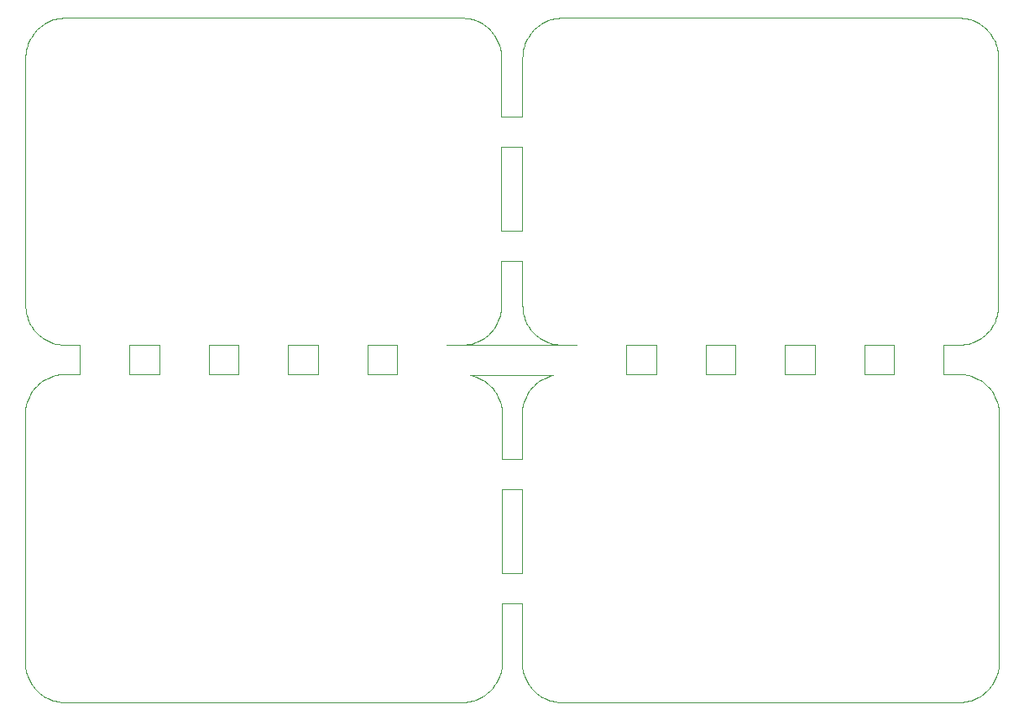
<source format=gbr>
%TF.GenerationSoftware,KiCad,Pcbnew,7.0.10*%
%TF.CreationDate,2024-03-03T12:06:43+01:00*%
%TF.ProjectId,explorer-panel,6578706c-6f72-4657-922d-70616e656c2e,rev?*%
%TF.SameCoordinates,Original*%
%TF.FileFunction,Profile,NP*%
%FSLAX46Y46*%
G04 Gerber Fmt 4.6, Leading zero omitted, Abs format (unit mm)*
G04 Created by KiCad (PCBNEW 7.0.10) date 2024-03-03 12:06:43*
%MOMM*%
%LPD*%
G01*
G04 APERTURE LIST*
%TA.AperFunction,Profile*%
%ADD10C,0.100000*%
%TD*%
G04 APERTURE END LIST*
D10*
X45853761Y-36351322D02*
X45666662Y-36265355D01*
X29564000Y-35936000D02*
X29564000Y-35936000D01*
X97586577Y-31115856D02*
X97689386Y-30941207D01*
X18564000Y-33000000D02*
X21564000Y-33000000D01*
X49128000Y-33032000D02*
X42564000Y-33032000D01*
X50174864Y-65615402D02*
X50211190Y-65818077D01*
X97137557Y-67799961D02*
X97275593Y-67647177D01*
X97275593Y-37352822D02*
X97137557Y-37200038D01*
X49128000Y-21521333D02*
X48064000Y-21521333D01*
X2091732Y-36446655D02*
X1914290Y-36551109D01*
X50128000Y-44542666D02*
X49128000Y-44542666D01*
X566613Y-2058792D02*
X472781Y-2238423D01*
X52076143Y-605422D02*
X51906927Y-716946D01*
X51292828Y-1244132D02*
X51156967Y-1394510D01*
X98069621Y-66216611D02*
X98126265Y-66018651D01*
X96947867Y-31899171D02*
X97091171Y-31755867D01*
X95769423Y-324168D02*
X95581221Y-248991D01*
X312991Y-30389221D02*
X388168Y-30577423D01*
X1118442Y-67799961D02*
X1264038Y-67945557D01*
X50192000Y-21521333D02*
X49128000Y-21521333D01*
X97475053Y-1714927D02*
X97355102Y-1551576D01*
X96477072Y-716946D02*
X96307856Y-605422D01*
X45825576Y-32591218D02*
X46005207Y-32497386D01*
X48128000Y-40000000D02*
X48122783Y-39794161D01*
X48064000Y-21521333D02*
X48064000Y-13010666D01*
X47739831Y-2422576D02*
X47655218Y-2238423D01*
X68692000Y-35936000D02*
X68692000Y-33000000D01*
X47399582Y-37678365D02*
X47277712Y-37512401D01*
X48128000Y-44542666D02*
X48128000Y-40000000D01*
X48064000Y-10010666D02*
X48064000Y-4000000D01*
X64000Y-29000000D02*
X69133Y-29202596D01*
X45280611Y-68877621D02*
X45475448Y-68811024D01*
X45261452Y-32816557D02*
X45453221Y-32751008D01*
X3448597Y-69017135D02*
X3652851Y-69043148D01*
X615109Y-37850290D02*
X510655Y-38027732D01*
X46005207Y-502613D02*
X45825576Y-408781D01*
X84692000Y-33000000D02*
X84692000Y-33000000D01*
X510655Y-38027732D02*
X415322Y-38210238D01*
X52219732Y-36446655D02*
X52042290Y-36551109D01*
X1458510Y-964967D02*
X1308132Y-1100828D01*
X46863961Y-67945557D02*
X47009557Y-67799961D01*
X50212522Y-29404673D02*
X50238126Y-29605711D01*
X50380975Y-38588551D02*
X50314378Y-38783388D01*
X388168Y-2422576D02*
X312991Y-2610778D01*
X49128000Y-44542666D02*
X48128000Y-44542666D01*
X44882077Y-68980809D02*
X45082651Y-68934265D01*
X92692000Y-35936000D02*
X92692000Y-33000000D01*
X50273880Y-29805194D02*
X50319691Y-30002610D01*
X51392038Y-37054442D02*
X51246442Y-37200038D01*
X51870365Y-36664417D02*
X51704401Y-36786287D01*
X44679402Y-69017135D02*
X44882077Y-68980809D01*
X50908946Y-31285072D02*
X51028897Y-31448423D01*
X186378Y-66216611D02*
X252975Y-66411448D01*
X51436132Y-31899171D02*
X51586510Y-32035032D01*
X252975Y-66411448D02*
X329355Y-66602662D01*
X472781Y-2238423D02*
X388168Y-2422576D01*
X50192000Y-13010666D02*
X50192000Y-21521333D01*
X97091171Y-1244132D02*
X96947867Y-1100828D01*
X48122783Y-65205838D02*
X48128000Y-65000000D01*
X97943008Y-30389221D02*
X98008557Y-30197452D01*
X46036267Y-36446655D02*
X45853761Y-36351322D01*
X850287Y-67487598D02*
X980406Y-67647177D01*
X96640423Y-836897D02*
X96477072Y-716946D01*
X252975Y-38588551D02*
X186378Y-38783388D01*
X52994547Y-32816557D02*
X53189389Y-32872308D01*
X45475448Y-68811024D02*
X45666662Y-68734644D01*
X97745344Y-66972267D02*
X97840677Y-66789761D01*
X98209135Y-65615402D02*
X98235148Y-65411148D01*
X52780551Y-36188975D02*
X52589337Y-36265355D01*
X98003024Y-66411448D02*
X98069621Y-66216611D01*
X52402238Y-36351322D02*
X52219732Y-36446655D01*
X18564000Y-35936000D02*
X18564000Y-35936000D01*
X48107148Y-65411148D02*
X48122783Y-65205838D01*
X47227102Y-1551576D02*
X47099032Y-1394510D01*
X48081135Y-39384597D02*
X48044809Y-39181922D01*
X47009557Y-37200038D02*
X46863961Y-37054442D01*
X50440991Y-30389221D02*
X50516168Y-30577423D01*
X48017873Y-3394288D02*
X47982119Y-3194805D01*
X44669711Y-46126D02*
X44468673Y-20522D01*
X50257734Y-66018651D02*
X50314378Y-66216611D01*
X329355Y-66602662D02*
X415322Y-66789761D01*
X50148851Y-39588851D02*
X50133216Y-39794161D01*
X145880Y-29805194D02*
X191691Y-30002610D01*
X96307856Y-605422D02*
X96133207Y-502613D01*
X50192000Y-29000000D02*
X50197133Y-29202596D01*
X2274238Y-36351322D02*
X2091732Y-36446655D01*
X94797711Y-46126D02*
X94596673Y-20522D01*
X2652551Y-36188975D02*
X2461337Y-36265355D01*
X97355102Y-31448423D02*
X97475053Y-31285072D01*
X3858161Y-35941216D02*
X3652851Y-35956851D01*
X46349072Y-32283053D02*
X46512423Y-32163102D01*
X52994547Y-183442D02*
X52802778Y-248991D01*
X50238126Y-29605711D02*
X50273880Y-29805194D01*
X83190Y-65818077D02*
X129734Y-66018651D01*
X1742365Y-68335582D02*
X1914290Y-68448890D01*
X48064000Y-21521333D02*
X48064000Y-21521333D01*
X47277712Y-37512401D02*
X47147593Y-37352822D01*
X51704401Y-36786287D02*
X51544822Y-36916406D01*
X3652851Y-35956851D02*
X3448597Y-35982864D01*
X94397838Y-35941216D02*
X94192000Y-35936000D01*
X51108406Y-37352822D02*
X50978287Y-37512401D01*
X48017873Y-29605711D02*
X48043477Y-29404673D01*
X95408611Y-36122378D02*
X95210651Y-36065734D01*
X49128000Y-47542666D02*
X50128000Y-47542666D01*
X247442Y-2802547D02*
X191691Y-2997389D01*
X50978287Y-37512401D02*
X50856417Y-37678365D01*
X95210651Y-36065734D02*
X95010077Y-36019190D01*
X3861403Y-5133D02*
X3659326Y-20522D01*
X46005207Y-32497386D02*
X46179856Y-32394577D01*
X980406Y-67647177D02*
X1118442Y-67799961D01*
X45082651Y-68934265D02*
X45280611Y-68877621D01*
X94192000Y0D02*
X54192000Y0D01*
X50238126Y-3394288D02*
X50212522Y-3595326D01*
X4064000Y-69064000D02*
X44064000Y-69064000D01*
X415322Y-38210238D02*
X329355Y-38397337D01*
X13564000Y-35936000D02*
X10564000Y-35936000D01*
X60692000Y-33000000D02*
X63692000Y-33000000D01*
X47458577Y-1884143D02*
X47347053Y-1714927D01*
X13564000Y-33000000D02*
X13564000Y-33000000D01*
X4064000Y0D02*
X3861403Y-5133D01*
X45280611Y-36122378D02*
X45082651Y-36065734D01*
X3458288Y-46126D02*
X3258805Y-81880D01*
X50543322Y-66789761D02*
X50638655Y-66972267D01*
X46963171Y-31755867D02*
X47099032Y-31605489D01*
X52589337Y-36265355D02*
X52402238Y-36351322D01*
X97689386Y-30941207D02*
X97783218Y-30761576D01*
X54192000Y-69064000D02*
X94192000Y-69064000D01*
X52780551Y-68811024D02*
X52975388Y-68877621D01*
X64000Y-4000000D02*
X64000Y-29000000D01*
X47875024Y-38588551D02*
X47798644Y-38397337D01*
X51108406Y-67647177D02*
X51246442Y-67799961D01*
X51544822Y-36916406D02*
X51392038Y-37054442D01*
X95010077Y-36019190D02*
X94807402Y-35982864D01*
X48044809Y-65818077D02*
X48081135Y-65615402D01*
X47712677Y-38210238D02*
X47617344Y-38027732D01*
X51743576Y-836897D02*
X51586510Y-964967D01*
X46864Y-65615402D02*
X83190Y-65818077D01*
X97640890Y-37850290D02*
X97527582Y-37678365D01*
X47655218Y-2238423D02*
X47561386Y-2058792D01*
X53989403Y-5133D02*
X53787326Y-20522D01*
X129734Y-66018651D02*
X186378Y-66216611D01*
X53986161Y-69058783D02*
X54192000Y-69064000D01*
X97926644Y-38397337D02*
X97840677Y-38210238D01*
X46669489Y-32035032D02*
X46819867Y-31899171D01*
X1948143Y-605422D02*
X1778927Y-716946D01*
X50516168Y-30577423D02*
X50600781Y-30761576D01*
X50978287Y-67487598D02*
X51108406Y-67647177D01*
X53386805Y-32918119D02*
X53586288Y-32953873D01*
X1778927Y-716946D02*
X1615576Y-836897D01*
X980406Y-37352822D02*
X850287Y-37512401D01*
X49128000Y-24521333D02*
X50192000Y-24521333D01*
X37564000Y-33000000D02*
X37564000Y-33000000D01*
X50375442Y-30197452D02*
X50440991Y-30389221D01*
X50856417Y-67321634D02*
X50978287Y-67487598D01*
X1742365Y-36664417D02*
X1576401Y-36786287D01*
X191691Y-2997389D02*
X145880Y-3194805D01*
X50128000Y-59053333D02*
X50128000Y-65000000D01*
X98003024Y-38588551D02*
X97926644Y-38397337D01*
X2847388Y-36122378D02*
X2652551Y-36188975D01*
X95581221Y-32751008D02*
X95769423Y-32675831D01*
X96307856Y-32394577D02*
X96477072Y-32283053D01*
X615109Y-67149709D02*
X728417Y-67321634D01*
X97405712Y-67487598D02*
X97527582Y-67321634D01*
X96797489Y-32035032D02*
X96947867Y-31899171D01*
X52250792Y-32497386D02*
X52430423Y-32591218D01*
X52042290Y-68448890D02*
X52219732Y-68553344D01*
X50457355Y-38397337D02*
X50380975Y-38588551D01*
X44468673Y-32979477D02*
X44669711Y-32953873D01*
X50197133Y-29202596D02*
X50212522Y-29404673D01*
X29564000Y-35936000D02*
X26564000Y-35936000D01*
X97867831Y-2422576D02*
X97783218Y-2238423D01*
X97527582Y-37678365D02*
X97405712Y-37512401D01*
X98250783Y-65205838D02*
X98256000Y-65000000D01*
X96991961Y-37054442D02*
X96839177Y-36916406D01*
X45261452Y-183442D02*
X45066610Y-127691D01*
X96477072Y-32283053D02*
X96640423Y-32163102D01*
X53576597Y-69017135D02*
X53780851Y-69043148D01*
X29564000Y-33000000D02*
X29564000Y-35936000D01*
X97586577Y-1884143D02*
X97475053Y-1714927D01*
X49128000Y-13010666D02*
X50192000Y-13010666D01*
X46512423Y-32163102D02*
X46669489Y-32035032D01*
X51906927Y-716946D02*
X51743576Y-836897D01*
X98145873Y-29605711D02*
X98171477Y-29404673D01*
X329355Y-38397337D02*
X252975Y-38588551D01*
X3258805Y-32918119D02*
X3458288Y-32953873D01*
X47875024Y-66411448D02*
X47941621Y-66216611D01*
X97745344Y-38027732D02*
X97640890Y-37850290D01*
X52614576Y-32675831D02*
X52802778Y-32751008D01*
X3458288Y-32953873D02*
X3659326Y-32979477D01*
X96513634Y-68335582D02*
X96679598Y-68213712D01*
X51156967Y-1394510D02*
X51028897Y-1551576D01*
X50273880Y-3194805D02*
X50238126Y-3394288D01*
X94603148Y-35956851D02*
X94397838Y-35941216D01*
X47277712Y-67487598D02*
X47399582Y-67321634D01*
X191691Y-30002610D02*
X247442Y-30197452D01*
X51586510Y-964967D02*
X51436132Y-1100828D01*
X63692000Y-35936000D02*
X60692000Y-35936000D01*
X94797711Y-32953873D02*
X94997194Y-32918119D01*
X50543322Y-38210238D02*
X50457355Y-38397337D01*
X98145873Y-3394288D02*
X98110119Y-3194805D01*
X26564000Y-33000000D02*
X29564000Y-33000000D01*
X47147593Y-67647177D02*
X47277712Y-67487598D01*
X46963171Y-1244132D02*
X46819867Y-1100828D01*
X2302423Y-32591218D02*
X2486576Y-32675831D01*
X5216Y-65205838D02*
X20851Y-65411148D01*
X95194610Y-32872308D02*
X95389452Y-32816557D01*
X20851Y-65411148D02*
X46864Y-65615402D01*
X47561386Y-2058792D02*
X47458577Y-1884143D01*
X96164267Y-68553344D02*
X96341709Y-68448890D01*
X45825576Y-408781D02*
X45641423Y-324168D01*
X50600781Y-30761576D02*
X50694613Y-30941207D01*
X1118442Y-37200038D02*
X980406Y-37352822D01*
X2302423Y-408781D02*
X2122792Y-502613D01*
X97640890Y-67149709D02*
X97745344Y-66972267D01*
X97840677Y-66789761D02*
X97926644Y-66602662D01*
X129734Y-38981348D02*
X83190Y-39181922D01*
X96947867Y-1100828D02*
X96797489Y-964967D01*
X2486576Y-324168D02*
X2302423Y-408781D01*
X47880557Y-30197452D02*
X47936308Y-30002610D01*
X48128000Y-56053333D02*
X48128000Y-56053333D01*
X1615576Y-836897D02*
X1458510Y-964967D01*
X5216Y-39794161D02*
X0Y-40000000D01*
X186378Y-38783388D02*
X129734Y-38981348D01*
X48128000Y-59053333D02*
X49128000Y-59053333D01*
X1778927Y-32283053D02*
X1948143Y-32394577D01*
X94807402Y-35982864D02*
X94603148Y-35956851D01*
X1416822Y-68083593D02*
X1576401Y-68213712D01*
X95194610Y-127691D02*
X94997194Y-81880D01*
X53989403Y-32994866D02*
X54192000Y-33000000D01*
X94596673Y-32979477D02*
X94797711Y-32953873D01*
X97527582Y-67321634D02*
X97640890Y-67149709D01*
X97689386Y-2058792D02*
X97586577Y-1884143D01*
X46349072Y-716946D02*
X46179856Y-605422D01*
X51586510Y-32035032D02*
X51743576Y-32163102D01*
X84692000Y-33000000D02*
X87692000Y-33000000D01*
X4064000Y-33000000D02*
X5564000Y-33000000D01*
X50174864Y-39384597D02*
X50148851Y-39588851D01*
X21564000Y-33000000D02*
X21564000Y-35936000D01*
X47712677Y-66789761D02*
X47798644Y-66602662D01*
X47655218Y-30761576D02*
X47739831Y-30577423D01*
X50516168Y-2422576D02*
X50440991Y-2610778D01*
X95603448Y-68811024D02*
X95794662Y-68734644D01*
X79692000Y-33000000D02*
X79692000Y-33000000D01*
X96133207Y-502613D02*
X95953576Y-408781D01*
X60692000Y-33000000D02*
X60692000Y-33000000D01*
X50457355Y-66602662D02*
X50543322Y-66789761D01*
X3258805Y-81880D02*
X3061389Y-127691D01*
X48064000Y-24521333D02*
X49128000Y-24521333D01*
X1264038Y-67945557D02*
X1416822Y-68083593D01*
X47798644Y-66602662D02*
X47875024Y-66411448D01*
X53780851Y-69043148D02*
X53986161Y-69058783D01*
X48044809Y-39181922D02*
X47998265Y-38981348D01*
X97091171Y-31755867D02*
X97227032Y-31605489D01*
X98235148Y-65411148D02*
X98250783Y-65205838D01*
X52614576Y-324168D02*
X52430423Y-408781D01*
X13564000Y-33000000D02*
X13564000Y-35936000D01*
X44266596Y-32994866D02*
X44468673Y-32979477D01*
X42564000Y-33032000D02*
X42564000Y-33000000D01*
X79692000Y-33000000D02*
X79692000Y-35936000D01*
X48043477Y-3595326D02*
X48017873Y-3394288D01*
X95981761Y-36351322D02*
X95794662Y-36265355D01*
X96164267Y-36446655D02*
X95981761Y-36351322D01*
X97227032Y-1394510D02*
X97091171Y-1244132D01*
X3061389Y-32872308D02*
X3258805Y-32918119D01*
X50128000Y-40000000D02*
X50128000Y-44542666D01*
X48064000Y-10010666D02*
X48064000Y-10010666D01*
X47099032Y-31605489D02*
X47227102Y-31448423D01*
X46864Y-39384597D02*
X20851Y-39588851D01*
X3061389Y-127691D02*
X2866547Y-183442D01*
X45475448Y-36188975D02*
X45280611Y-36122378D01*
X1264038Y-37054442D02*
X1118442Y-37200038D01*
X52219732Y-68553344D02*
X52402238Y-68648677D01*
X44269838Y-69058783D02*
X44475148Y-69043148D01*
X669422Y-31115856D02*
X780946Y-31285072D01*
X1416822Y-36916406D02*
X1264038Y-37054442D01*
X2122792Y-502613D02*
X1948143Y-605422D01*
X3448597Y-35982864D02*
X3245922Y-36019190D01*
X5564000Y-35936000D02*
X4064000Y-35936000D01*
X98008557Y-30197452D02*
X98064308Y-30002610D01*
X2674778Y-32751008D02*
X2866547Y-32816557D01*
X3652851Y-69043148D02*
X3858161Y-69058783D01*
X34564000Y-33000000D02*
X37564000Y-33000000D01*
X48128000Y-44542666D02*
X48128000Y-44542666D01*
X98256000Y-65000000D02*
X98256000Y-40000000D01*
X1458510Y-32035032D02*
X1615576Y-32163102D01*
X94394596Y-5133D02*
X94192000Y0D01*
X47147593Y-37352822D02*
X47009557Y-37200038D01*
X52076143Y-32394577D02*
X52250792Y-32497386D01*
X51743576Y-32163102D02*
X51906927Y-32283053D01*
X94603148Y-69043148D02*
X94807402Y-69017135D01*
X2461337Y-36265355D02*
X2274238Y-36351322D01*
X98235148Y-39588851D02*
X98209135Y-39384597D01*
X44869194Y-81880D02*
X44669711Y-46126D01*
X83190Y-39181922D02*
X46864Y-39384597D01*
X2652551Y-68811024D02*
X2847388Y-68877621D01*
X50380975Y-66411448D02*
X50457355Y-66602662D01*
X46819867Y-1100828D02*
X46669489Y-964967D01*
X3245922Y-68980809D02*
X3448597Y-69017135D01*
X94192000Y-33000000D02*
X94394596Y-32994866D01*
X94192000Y-35936000D02*
X92692000Y-35936000D01*
X50638655Y-38027732D02*
X50543322Y-38210238D01*
X52975388Y-68877621D02*
X53173348Y-68934265D01*
X47399582Y-67321634D02*
X47512890Y-67149709D01*
X388168Y-30577423D02*
X472781Y-30761576D01*
X95210651Y-68934265D02*
X95408611Y-68877621D01*
X47982119Y-3194805D02*
X47936308Y-2997389D01*
X97867831Y-30577423D02*
X97943008Y-30389221D01*
X50197133Y-3797403D02*
X50192000Y-4000000D01*
X96513634Y-36664417D02*
X96341709Y-36551109D01*
X87692000Y-33000000D02*
X87692000Y-35936000D01*
X2274238Y-68648677D02*
X2461337Y-68734644D01*
X94596673Y-20522D02*
X94394596Y-5133D01*
X71692000Y-33000000D02*
X71692000Y-35936000D01*
X98064308Y-2997389D02*
X98008557Y-2802547D01*
X42564000Y-33000000D02*
X44064000Y-33000000D01*
X312991Y-2610778D02*
X247442Y-2802547D01*
X1164828Y-1244132D02*
X1028967Y-1394510D01*
X780946Y-1714927D02*
X669422Y-1884143D01*
X97137557Y-37200038D02*
X96991961Y-37054442D01*
X96991961Y-67945557D02*
X97137557Y-67799961D01*
X94997194Y-81880D02*
X94797711Y-46126D01*
X52589337Y-68734644D02*
X52780551Y-68811024D01*
X669422Y-1884143D02*
X566613Y-2058792D01*
X1028967Y-1394510D02*
X900897Y-1551576D01*
X1948143Y-32394577D02*
X2122792Y-32497386D01*
X45082651Y-36065734D02*
X44937279Y-36032000D01*
X50148851Y-65411148D02*
X50174864Y-65615402D01*
X52402238Y-68648677D02*
X52589337Y-68734644D01*
X900897Y-31448423D02*
X1028967Y-31605489D01*
X51246442Y-37200038D02*
X51108406Y-37352822D01*
X50600781Y-2238423D02*
X50516168Y-2422576D01*
X95389452Y-183442D02*
X95194610Y-127691D01*
X50314378Y-38783388D02*
X50257734Y-38981348D01*
X46385634Y-36664417D02*
X46213709Y-36551109D01*
X53373922Y-68980809D02*
X53576597Y-69017135D01*
X98186866Y-29202596D02*
X98192000Y-29000000D01*
X37564000Y-33000000D02*
X37564000Y-35936000D01*
X51246442Y-67799961D02*
X51392038Y-67945557D01*
X94192000Y-69064000D02*
X94397838Y-69058783D01*
X44064000Y0D02*
X4064000Y0D01*
X45453221Y-248991D02*
X45261452Y-183442D01*
X47458577Y-31115856D02*
X47561386Y-30941207D01*
X52802778Y-32751008D02*
X52994547Y-32816557D01*
X47941621Y-38783388D02*
X47875024Y-38588551D01*
X46213709Y-36551109D02*
X46036267Y-36446655D01*
X2461337Y-68734644D02*
X2652551Y-68811024D01*
X47009557Y-67799961D02*
X47147593Y-67647177D01*
X900897Y-1551576D02*
X780946Y-1714927D01*
X97840677Y-38210238D02*
X97745344Y-38027732D01*
X0Y-65000000D02*
X5216Y-65205838D01*
X51028897Y-1551576D02*
X50908946Y-1714927D01*
X26564000Y-35936000D02*
X26564000Y-33000000D01*
X84522Y-3595326D02*
X69133Y-3797403D01*
X48064000Y-13010666D02*
X49128000Y-13010666D01*
X145880Y-3194805D02*
X110126Y-3394288D01*
X53173348Y-68934265D02*
X53373922Y-68980809D01*
X49128000Y-56053333D02*
X48128000Y-56053333D01*
X47815008Y-30389221D02*
X47880557Y-30197452D01*
X50212522Y-3595326D02*
X50197133Y-3797403D01*
X51906927Y-32283053D02*
X52076143Y-32394577D01*
X3659326Y-20522D02*
X3458288Y-46126D01*
X46711177Y-36916406D02*
X46551598Y-36786287D01*
X1308132Y-1100828D02*
X1164828Y-1244132D01*
X95581221Y-248991D02*
X95389452Y-183442D01*
X1914290Y-36551109D02*
X1742365Y-36664417D01*
X98171477Y-29404673D02*
X98186866Y-29202596D01*
X46711177Y-68083593D02*
X46863961Y-67945557D01*
X3659326Y-32979477D02*
X3861403Y-32994866D01*
X1914290Y-68448890D02*
X2091732Y-68553344D01*
X247442Y-30197452D02*
X312991Y-30389221D01*
X98008557Y-2802547D02*
X97943008Y-2610778D01*
X84692000Y-35936000D02*
X84692000Y-33000000D01*
X98192000Y-29000000D02*
X98192000Y-4000000D01*
X46213709Y-68448890D02*
X46385634Y-68335582D01*
X98110119Y-3194805D02*
X98064308Y-2997389D01*
X51028897Y-31448423D02*
X51156967Y-31605489D01*
X50319691Y-30002610D02*
X50375442Y-30197452D01*
X566613Y-30941207D02*
X669422Y-31115856D01*
X46669489Y-964967D02*
X46512423Y-836897D01*
X50128000Y-56053333D02*
X49128000Y-56053333D01*
X44266596Y-5133D02*
X44064000Y0D01*
X50638655Y-66972267D02*
X50743109Y-67149709D01*
X47617344Y-38027732D02*
X47512890Y-37850290D01*
X48128000Y-65000000D02*
X48128000Y-59053333D01*
X98192000Y-4000000D02*
X98186866Y-3797403D01*
X84522Y-29404673D02*
X110126Y-29605711D01*
X98256000Y-40000000D02*
X98250783Y-39794161D01*
X76692000Y-33000000D02*
X79692000Y-33000000D01*
X49128000Y-36032000D02*
X53318719Y-36032000D01*
X50257734Y-38981348D02*
X50211190Y-39181922D01*
X48058866Y-3797403D02*
X48043477Y-3595326D01*
X42564000Y-33032000D02*
X42564000Y-33032000D01*
X53787326Y-20522D02*
X53586288Y-46126D01*
X95389452Y-32816557D02*
X95581221Y-32751008D01*
X98069621Y-38783388D02*
X98003024Y-38588551D01*
X37564000Y-35936000D02*
X34564000Y-35936000D01*
X69133Y-3797403D02*
X64000Y-4000000D01*
X10564000Y-35936000D02*
X10564000Y-33000000D01*
X46385634Y-68335582D02*
X46551598Y-68213712D01*
X46819867Y-31899171D02*
X46963171Y-31755867D01*
X110126Y-3394288D02*
X84522Y-3595326D01*
X46863961Y-37054442D02*
X46711177Y-36916406D01*
X79692000Y-35936000D02*
X76692000Y-35936000D01*
X52042290Y-36551109D02*
X51870365Y-36664417D01*
X44064000Y-69064000D02*
X44269838Y-69058783D01*
X50797422Y-31115856D02*
X50908946Y-31285072D01*
X1028967Y-31605489D02*
X1164828Y-31755867D01*
X45666662Y-68734644D02*
X45853761Y-68648677D01*
X96679598Y-68213712D02*
X96839177Y-68083593D01*
X53787326Y-32979477D02*
X53989403Y-32994866D01*
X68692000Y-33000000D02*
X71692000Y-33000000D01*
X5564000Y-33000000D02*
X5564000Y-35936000D01*
X98186866Y-3797403D02*
X98171477Y-3595326D01*
X50856417Y-37678365D02*
X50743109Y-37850290D01*
X49128000Y-59053333D02*
X50128000Y-59053333D01*
X728417Y-37678365D02*
X615109Y-37850290D01*
X34564000Y-35936000D02*
X34564000Y-33000000D01*
X48064000Y-29000000D02*
X48064000Y-24521333D01*
X96133207Y-32497386D02*
X96307856Y-32394577D01*
X53586288Y-46126D02*
X53386805Y-81880D01*
X53386805Y-81880D02*
X53189389Y-127691D01*
X51292828Y-31755867D02*
X51436132Y-31899171D01*
X50211190Y-39181922D02*
X50174864Y-39384597D01*
X46179856Y-32394577D02*
X46349072Y-32283053D01*
X98126265Y-66018651D02*
X98172809Y-65818077D01*
X50192000Y-24521333D02*
X50192000Y-29000000D01*
X47998265Y-38981348D02*
X47941621Y-38783388D01*
X3045348Y-36065734D02*
X2847388Y-36122378D01*
X97275593Y-67647177D02*
X97405712Y-67487598D01*
X51544822Y-68083593D02*
X51704401Y-68213712D01*
X96341709Y-36551109D02*
X96164267Y-36446655D01*
X98172809Y-65818077D02*
X98209135Y-65615402D01*
X50319691Y-2997389D02*
X50273880Y-3194805D01*
X94397838Y-69058783D02*
X94603148Y-69043148D01*
X45641423Y-32675831D02*
X45825576Y-32591218D01*
X52975388Y-36122378D02*
X52780551Y-36188975D01*
X97783218Y-30761576D02*
X97867831Y-30577423D01*
X97943008Y-2610778D02*
X97867831Y-2422576D01*
X472781Y-30761576D02*
X566613Y-30941207D01*
X49128000Y-10010666D02*
X48064000Y-10010666D01*
X50743109Y-37850290D02*
X50638655Y-38027732D01*
X48058866Y-29202596D02*
X48064000Y-29000000D01*
X850287Y-37512401D02*
X728417Y-37678365D01*
X60692000Y-35936000D02*
X60692000Y-33000000D01*
X71692000Y-35936000D02*
X68692000Y-35936000D01*
X50743109Y-67149709D02*
X50856417Y-67321634D01*
X50133216Y-39794161D02*
X50128000Y-40000000D01*
X54192000Y-33000000D02*
X55692000Y-33000000D01*
X20851Y-39588851D02*
X5216Y-39794161D01*
X98064308Y-30002610D02*
X98110119Y-29805194D01*
X95010077Y-68980809D02*
X95210651Y-68934265D01*
X97355102Y-1551576D02*
X97227032Y-1394510D01*
X46179856Y-605422D02*
X46005207Y-502613D01*
X53189389Y-32872308D02*
X53386805Y-32918119D01*
X18564000Y-35936000D02*
X18564000Y-33000000D01*
X50314378Y-66216611D02*
X50380975Y-66411448D01*
X92692000Y-33000000D02*
X94192000Y-33000000D01*
X47880557Y-2802547D02*
X47815008Y-2610778D01*
X95953576Y-408781D02*
X95769423Y-324168D01*
X50192000Y-4000000D02*
X50192000Y-10010666D01*
X95794662Y-36265355D02*
X95603448Y-36188975D01*
X46551598Y-36786287D02*
X46385634Y-36664417D01*
X96679598Y-36786287D02*
X96513634Y-36664417D01*
X52802778Y-248991D02*
X52614576Y-324168D01*
X1164828Y-31755867D02*
X1308132Y-31899171D01*
X97926644Y-66602662D02*
X98003024Y-66411448D01*
X50908946Y-1714927D02*
X50797422Y-1884143D01*
X1308132Y-31899171D02*
X1458510Y-32035032D01*
X98110119Y-29805194D02*
X98145873Y-29605711D01*
X46512423Y-836897D02*
X46349072Y-716946D01*
X52430423Y-32591218D02*
X52614576Y-32675831D01*
X51156967Y-31605489D02*
X51292828Y-31755867D01*
X96839177Y-68083593D02*
X96991961Y-67945557D01*
X71692000Y-35936000D02*
X71692000Y-35936000D01*
X50128000Y-65000000D02*
X50133216Y-65205838D01*
X47617344Y-66972267D02*
X47712677Y-66789761D01*
X10564000Y-33000000D02*
X13564000Y-33000000D01*
X44064000Y-33000000D02*
X44266596Y-32994866D01*
X47512890Y-37850290D02*
X47399582Y-37678365D01*
X97227032Y-31605489D02*
X97355102Y-31448423D01*
X2122792Y-32497386D02*
X2302423Y-32591218D01*
X95603448Y-36188975D02*
X95408611Y-36122378D01*
X510655Y-66972267D02*
X615109Y-67149709D01*
X3861403Y-32994866D02*
X4064000Y-33000000D01*
X1576401Y-68213712D02*
X1742365Y-68335582D01*
X50797422Y-1884143D02*
X50694613Y-2058792D01*
X50694613Y-2058792D02*
X50600781Y-2238423D01*
X51704401Y-68213712D02*
X51870365Y-68335582D01*
X2486576Y-32675831D02*
X2674778Y-32751008D01*
X97475053Y-31285072D02*
X97586577Y-31115856D01*
X47227102Y-31448423D02*
X47347053Y-31285072D01*
X44669711Y-32953873D02*
X44869194Y-32918119D01*
X50440991Y-2610778D02*
X50375442Y-2802547D01*
X48043477Y-29404673D02*
X48058866Y-29202596D01*
X48122783Y-39794161D02*
X48107148Y-39588851D01*
X95794662Y-68734644D02*
X95981761Y-68648677D01*
X53189389Y-127691D02*
X52994547Y-183442D01*
X110126Y-29605711D02*
X145880Y-29805194D01*
X48107148Y-39588851D02*
X48081135Y-39384597D01*
X53586288Y-32953873D02*
X53787326Y-32979477D01*
X50128000Y-47542666D02*
X50128000Y-56053333D01*
X95981761Y-68648677D02*
X96164267Y-68553344D01*
X47936308Y-30002610D02*
X47982119Y-29805194D01*
X47936308Y-2997389D02*
X47880557Y-2802547D01*
X47998265Y-66018651D02*
X48044809Y-65818077D01*
X98250783Y-39794161D02*
X98235148Y-39588851D01*
X98172809Y-39181922D02*
X98126265Y-38981348D01*
X44475148Y-69043148D02*
X44679402Y-69017135D01*
X94997194Y-32918119D02*
X95194610Y-32872308D01*
X97405712Y-37512401D02*
X97275593Y-37352822D01*
X45066610Y-32872308D02*
X45261452Y-32816557D01*
X94807402Y-69017135D02*
X95010077Y-68980809D01*
X96341709Y-68448890D02*
X96513634Y-68335582D01*
X3245922Y-36019190D02*
X3045348Y-36065734D01*
X51436132Y-1100828D02*
X51292828Y-1244132D01*
X4064000Y-35936000D02*
X3858161Y-35941216D01*
X47347053Y-1714927D02*
X47227102Y-1551576D01*
X53318719Y-36032000D02*
X53173348Y-36065734D01*
X53173348Y-36065734D02*
X52975388Y-36122378D01*
X50192000Y-10010666D02*
X49128000Y-10010666D01*
X48081135Y-65615402D02*
X48107148Y-65411148D01*
X45066610Y-127691D02*
X44869194Y-81880D01*
X96640423Y-32163102D02*
X96797489Y-32035032D01*
X728417Y-67321634D02*
X850287Y-67487598D01*
X98209135Y-39384597D02*
X98172809Y-39181922D01*
X97783218Y-2238423D02*
X97689386Y-2058792D01*
X55692000Y-33032000D02*
X49128000Y-33032000D01*
X55692000Y-33000000D02*
X55692000Y-33032000D01*
X96797489Y-964967D02*
X96640423Y-836897D01*
X415322Y-66789761D02*
X510655Y-66972267D01*
X1615576Y-32163102D02*
X1778927Y-32283053D01*
X98171477Y-3595326D02*
X98145873Y-3394288D01*
X47512890Y-67149709D02*
X47617344Y-66972267D01*
X48128000Y-47542666D02*
X49128000Y-47542666D01*
X46551598Y-68213712D02*
X46711177Y-68083593D01*
X47815008Y-2610778D02*
X47739831Y-2422576D01*
X94394596Y-32994866D02*
X94596673Y-32979477D01*
X52430423Y-408781D02*
X52250792Y-502613D01*
X48128000Y-56053333D02*
X48128000Y-47542666D01*
X98126265Y-38981348D02*
X98069621Y-38783388D01*
X2866547Y-32816557D02*
X3061389Y-32872308D01*
X47099032Y-1394510D02*
X46963171Y-1244132D01*
X1576401Y-36786287D02*
X1416822Y-36916406D01*
X52250792Y-502613D02*
X52076143Y-605422D01*
X95953576Y-32591218D02*
X96133207Y-32497386D01*
X50211190Y-65818077D02*
X50257734Y-66018651D01*
X47561386Y-30941207D02*
X47655218Y-30761576D01*
X47982119Y-29805194D02*
X48017873Y-29605711D01*
X2866547Y-183442D02*
X2674778Y-248991D01*
X3858161Y-69058783D02*
X4064000Y-69064000D01*
X54192000Y0D02*
X53989403Y-5133D01*
X48064000Y-4000000D02*
X48058866Y-3797403D01*
X46036267Y-68553344D02*
X46213709Y-68448890D01*
X50133216Y-65205838D02*
X50148851Y-65411148D01*
X76692000Y-35936000D02*
X76692000Y-33000000D01*
X87692000Y-35936000D02*
X84692000Y-35936000D01*
X21564000Y-35936000D02*
X18564000Y-35936000D01*
X95408611Y-68877621D02*
X95603448Y-68811024D01*
X47347053Y-31285072D02*
X47458577Y-31115856D01*
X44937279Y-36032000D02*
X49128000Y-36032000D01*
X96839177Y-36916406D02*
X96679598Y-36786287D01*
X95769423Y-32675831D02*
X95953576Y-32591218D01*
X44468673Y-20522D02*
X44266596Y-5133D01*
X2847388Y-68877621D02*
X3045348Y-68934265D01*
X780946Y-31285072D02*
X900897Y-31448423D01*
X51392038Y-67945557D02*
X51544822Y-68083593D01*
X47739831Y-30577423D02*
X47815008Y-30389221D01*
X45453221Y-32751008D02*
X45641423Y-32675831D01*
X0Y-40000000D02*
X0Y-65000000D01*
X47798644Y-38397337D02*
X47712677Y-38210238D01*
X63692000Y-33000000D02*
X63692000Y-35936000D01*
X45853761Y-68648677D02*
X46036267Y-68553344D01*
X47941621Y-66216611D02*
X47998265Y-66018651D01*
X45641423Y-324168D02*
X45453221Y-248991D01*
X69133Y-29202596D02*
X84522Y-29404673D01*
X50375442Y-2802547D02*
X50319691Y-2997389D01*
X2091732Y-68553344D02*
X2274238Y-68648677D01*
X2674778Y-248991D02*
X2486576Y-324168D01*
X3045348Y-68934265D02*
X3245922Y-68980809D01*
X45666662Y-36265355D02*
X45475448Y-36188975D01*
X51870365Y-68335582D02*
X52042290Y-68448890D01*
X50694613Y-30941207D02*
X50797422Y-31115856D01*
X44869194Y-32918119D02*
X45066610Y-32872308D01*
M02*

</source>
